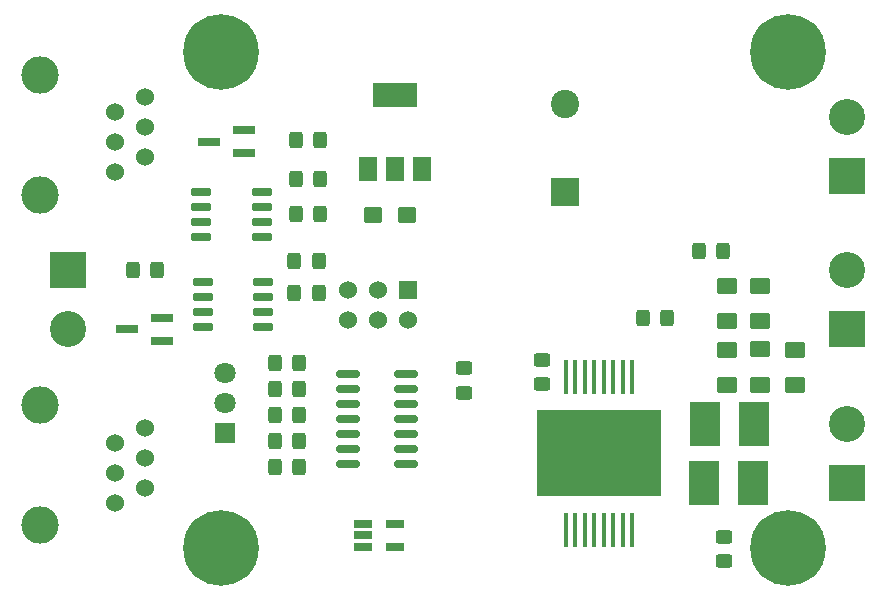
<source format=gts>
G04 #@! TF.GenerationSoftware,KiCad,Pcbnew,(6.0.7)*
G04 #@! TF.CreationDate,2023-05-29T10:21:20+02:00*
G04 #@! TF.ProjectId,booster,626f6f73-7465-4722-9e6b-696361645f70,rev?*
G04 #@! TF.SameCoordinates,Original*
G04 #@! TF.FileFunction,Soldermask,Top*
G04 #@! TF.FilePolarity,Negative*
%FSLAX46Y46*%
G04 Gerber Fmt 4.6, Leading zero omitted, Abs format (unit mm)*
G04 Created by KiCad (PCBNEW (6.0.7)) date 2023-05-29 10:21:20*
%MOMM*%
%LPD*%
G01*
G04 APERTURE LIST*
G04 Aperture macros list*
%AMRoundRect*
0 Rectangle with rounded corners*
0 $1 Rounding radius*
0 $2 $3 $4 $5 $6 $7 $8 $9 X,Y pos of 4 corners*
0 Add a 4 corners polygon primitive as box body*
4,1,4,$2,$3,$4,$5,$6,$7,$8,$9,$2,$3,0*
0 Add four circle primitives for the rounded corners*
1,1,$1+$1,$2,$3*
1,1,$1+$1,$4,$5*
1,1,$1+$1,$6,$7*
1,1,$1+$1,$8,$9*
0 Add four rect primitives between the rounded corners*
20,1,$1+$1,$2,$3,$4,$5,0*
20,1,$1+$1,$4,$5,$6,$7,0*
20,1,$1+$1,$6,$7,$8,$9,0*
20,1,$1+$1,$8,$9,$2,$3,0*%
G04 Aperture macros list end*
%ADD10C,6.400800*%
%ADD11RoundRect,0.250000X-0.325000X-0.450000X0.325000X-0.450000X0.325000X0.450000X-0.325000X0.450000X0*%
%ADD12RoundRect,0.150000X-0.725000X-0.150000X0.725000X-0.150000X0.725000X0.150000X-0.725000X0.150000X0*%
%ADD13R,1.900000X0.800000*%
%ADD14C,3.048000*%
%ADD15R,3.048000X3.048000*%
%ADD16RoundRect,0.150000X-0.825000X-0.150000X0.825000X-0.150000X0.825000X0.150000X-0.825000X0.150000X0*%
%ADD17RoundRect,0.250000X0.325000X0.450000X-0.325000X0.450000X-0.325000X-0.450000X0.325000X-0.450000X0*%
%ADD18RoundRect,0.250000X-0.450000X0.325000X-0.450000X-0.325000X0.450000X-0.325000X0.450000X0.325000X0*%
%ADD19C,1.800000*%
%ADD20R,1.800000X1.800000*%
%ADD21R,10.500000X7.400000*%
%ADD22R,0.450000X3.000000*%
%ADD23C,1.524000*%
%ADD24R,1.524000X1.524000*%
%ADD25R,1.560000X0.650000*%
%ADD26C,3.169920*%
%ADD27R,1.500000X2.000000*%
%ADD28R,3.800000X2.000000*%
%ADD29RoundRect,0.250001X0.624999X-0.462499X0.624999X0.462499X-0.624999X0.462499X-0.624999X-0.462499X0*%
%ADD30R,2.500000X3.700000*%
%ADD31RoundRect,0.250000X-0.537500X-0.425000X0.537500X-0.425000X0.537500X0.425000X-0.537500X0.425000X0*%
%ADD32C,2.400000*%
%ADD33R,2.400000X2.400000*%
G04 APERTURE END LIST*
D10*
X123000000Y-146000000D03*
X123000000Y-104000000D03*
D11*
X131350000Y-114750000D03*
X129300000Y-114750000D03*
D12*
X126425000Y-115895000D03*
X126425000Y-117165000D03*
X126425000Y-118435000D03*
X126425000Y-119705000D03*
X121275000Y-119705000D03*
X121275000Y-118435000D03*
X121275000Y-117165000D03*
X121275000Y-115895000D03*
D13*
X121950000Y-111600000D03*
X124950000Y-110650000D03*
X124950000Y-112550000D03*
D11*
X131350000Y-117750000D03*
X129300000Y-117750000D03*
X131350000Y-111500000D03*
X129300000Y-111500000D03*
D14*
X176000000Y-135500640D03*
D15*
X176000000Y-140499360D03*
D16*
X138675000Y-131240000D03*
X138675000Y-132510000D03*
X138675000Y-133780000D03*
X138675000Y-135050000D03*
X138675000Y-136320000D03*
X138675000Y-137590000D03*
X138675000Y-138860000D03*
X133725000Y-138860000D03*
X133725000Y-137590000D03*
X133725000Y-136320000D03*
X133725000Y-135050000D03*
X133725000Y-133780000D03*
X133725000Y-132510000D03*
X133725000Y-131240000D03*
D11*
X163475000Y-120900000D03*
X165525000Y-120900000D03*
D17*
X127575000Y-130350000D03*
X129625000Y-130350000D03*
D11*
X131250000Y-121700000D03*
X129200000Y-121700000D03*
D18*
X150150000Y-130075000D03*
X150150000Y-132125000D03*
D17*
X129200000Y-124400000D03*
X131250000Y-124400000D03*
D18*
X165600000Y-147150000D03*
X165600000Y-145100000D03*
D17*
X127550000Y-134750000D03*
X129600000Y-134750000D03*
D19*
X123300000Y-131200000D03*
X123300000Y-133740000D03*
D20*
X123300000Y-136280000D03*
D18*
X143600000Y-132850000D03*
X143600000Y-130800000D03*
D17*
X127550000Y-132550000D03*
X129600000Y-132550000D03*
X127550000Y-139150000D03*
X129600000Y-139150000D03*
D21*
X155000000Y-138000000D03*
D22*
X157800000Y-144500000D03*
X157800000Y-131500000D03*
X157000000Y-144500000D03*
X157000000Y-131500000D03*
X156200000Y-144500000D03*
X156200000Y-131500000D03*
X155400000Y-144500000D03*
X155400000Y-131500000D03*
X154600000Y-144500000D03*
X154600000Y-131500000D03*
X153800000Y-144500000D03*
X153800000Y-131500000D03*
X153000000Y-144500000D03*
X153000000Y-131500000D03*
X152200000Y-144500000D03*
X152200000Y-131500000D03*
D12*
X126575000Y-123495000D03*
X126575000Y-124765000D03*
X126575000Y-126035000D03*
X126575000Y-127305000D03*
X121425000Y-127305000D03*
X121425000Y-126035000D03*
X121425000Y-124765000D03*
X121425000Y-123495000D03*
D11*
X160775000Y-126500000D03*
X158725000Y-126500000D03*
X129600000Y-136950000D03*
X127550000Y-136950000D03*
D23*
X133710000Y-126670000D03*
X133710000Y-124130000D03*
X136250000Y-126670000D03*
X136250000Y-124130000D03*
X138790000Y-126670000D03*
D24*
X138790000Y-124130000D03*
D25*
X137750000Y-144000000D03*
X137750000Y-145900000D03*
X135050000Y-145900000D03*
X135050000Y-144950000D03*
X135050000Y-144000000D03*
D10*
X171000000Y-146000000D03*
X171000000Y-104000000D03*
D26*
X107650000Y-144080000D03*
X107650000Y-133920000D03*
D23*
X114000000Y-142175000D03*
X116540000Y-140905000D03*
X114000000Y-139635000D03*
X116540000Y-138365000D03*
X114000000Y-137095000D03*
X116540000Y-135825000D03*
D26*
X107650000Y-116080000D03*
X107650000Y-105920000D03*
D23*
X114000000Y-114175000D03*
X116540000Y-112905000D03*
X114000000Y-111635000D03*
X116540000Y-110365000D03*
X114000000Y-109095000D03*
X116540000Y-107825000D03*
D14*
X176000000Y-122500640D03*
D15*
X176000000Y-127499360D03*
D14*
X110000000Y-127499360D03*
D15*
X110000000Y-122500640D03*
D14*
X176000000Y-109500640D03*
D15*
X176000000Y-114499360D03*
D27*
X135400000Y-113950000D03*
X140000000Y-113950000D03*
X137700000Y-113950000D03*
D28*
X137700000Y-107650000D03*
D29*
X165800000Y-129225000D03*
X165800000Y-132200000D03*
X168600000Y-129200000D03*
X168600000Y-132175000D03*
X168600000Y-123825000D03*
X168600000Y-126800000D03*
X165800000Y-123825000D03*
X165800000Y-126800000D03*
D17*
X115500000Y-122500000D03*
X117550000Y-122500000D03*
D30*
X168100000Y-135500000D03*
X164000000Y-135500000D03*
X168000000Y-140500000D03*
X163900000Y-140500000D03*
D13*
X115000000Y-127500000D03*
X118000000Y-126550000D03*
X118000000Y-128450000D03*
D29*
X171600000Y-129225000D03*
X171600000Y-132200000D03*
D31*
X138700000Y-117850000D03*
X135825000Y-117850000D03*
D32*
X152150000Y-108400000D03*
D33*
X152150000Y-115900000D03*
M02*

</source>
